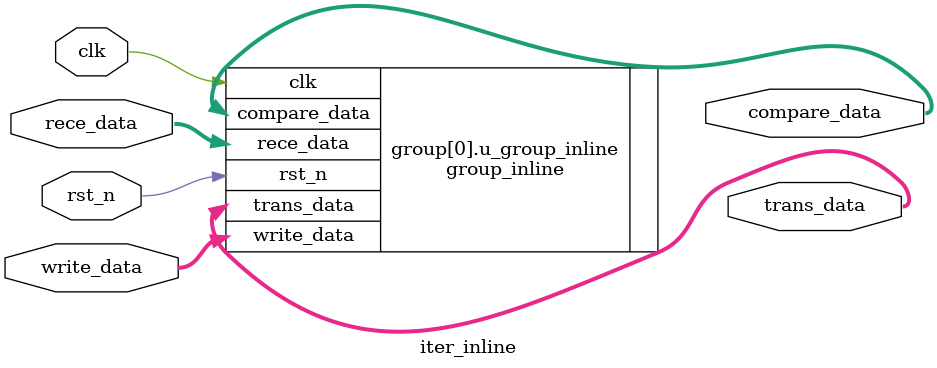
<source format=v>
/*

Copyright (c) 2015-2016 haorui

email:hao310rui@163.com

Permission is hereby granted, free of charge, to any person obtaining a copy
of this software and associated documentation files (the "Software"), to deal
in the Software without restriction, including without limitation the rights
to use, copy, modify, merge, publish, distribute, sublicense, and/or sell
copies of the Software, and to permit persons to whom the Software is
furnished to do so, subject to the following conditions:

The above copyright notice and this permission notice shall be included in
all copies or substantial portions of the Software.

THE SOFTWARE IS PROVIDED "AS IS", WITHOUT WARRANTY OF ANY KIND, EXPRESS OR
IMPLIED, INCLUDING BUT NOT LIMITED TO THE WARRANTIES OF MERCHANTABILITY
FITNESS FOR A PARTICULAR PURPOSE AND NONINFRINGEMENT. IN NO EVENT SHALL THE
AUTHORS OR COPYRIGHT HOLDERS BE LIABLE FOR ANY CLAIM, DAMAGES OR OTHER
LIABILITY, WHETHER IN AN ACTION OF CONTRACT, TORT OR OTHERWISE, ARISING FROM,
OUT OF OR IN CONNECTION WITH THE SOFTWARE OR THE USE OR OTHER DEALINGS IN
THE SOFTWARE.

*/

// Language: Verilog 2001

`timescale 1ns / 1ps

/*
 * Content Addressable Memory (block RAM based)
 */
module iter_inline #(
	// compare data bus width
    	parameter DATA_WIDTH = 64         ,
    	// compare data count
    	parameter DATA_CNT   = 1024       ,
   	parameter COM_STYLE = "UP"        ,		
	parameter GROUP = 1               ,
        parameter GSTEP = 1024            ,
        parameter NUM   = 512             ,
        parameter STEP  = 512             
)
(
    input  wire                     clk,
    input  wire                     rst_n,

    //input  wire [DATA_WIDTH-1:0]     write_data[DATA_CNT-1:0],
    //output wire  [DATA_WIDTH-1:0]    compare_data[DATA_CNT-1:0]
    output  wire  [DATA_CNT*DATA_WIDTH-1:0]     trans_data   ,
    input   wire  [DATA_CNT*DATA_WIDTH-1:0]     rece_data    ,

    input  wire  [DATA_CNT*DATA_WIDTH-1:0]     write_data   ,
    output wire  [DATA_CNT*DATA_WIDTH-1:0]     compare_data
);

      reg   [DATA_CNT*DATA_WIDTH-1:0]    wr_data  ;
      wire  [DATA_CNT*DATA_WIDTH-1:0]    com_data ;

//integer ii;
//integer jj;
//always @ (*)
//begin
//	for(ii=0;ii<DATA_CNT;ii=ii+1) begin 
//		wr_data[ii*DATA_WIDTH+:DATA_WIDTH]   =  write_data[ii];
//	end
//end

	genvar group_ind;
	generate
    		for (group_ind = 0; group_ind < GROUP; group_ind = group_ind + 1) begin : group
			group_inline #(
    				.DATA_WIDTH (DATA_WIDTH)     ,
    				.DATA_CNT   (DATA_CNT  )     ,
   				.COM_STYLE  (COM_STYLE )     ,		
				.GROUP      (GROUP     )     ,
        			.GSTEP      (GSTEP     )     ,
        			.NUM        (NUM       )     ,
        			.STEP       (STEP      )     
			) u_group_inline(
    				.clk                   (clk         				)    ,
    				.rst_n                 (rst_n       				)    ,
			        .trans_data            (trans_data[GSTEP*group_ind*DATA_WIDTH+:DATA_WIDTH*GSTEP]      )    ,
    				.rece_data             (rece_data[GSTEP*group_ind*DATA_WIDTH+:DATA_WIDTH*GSTEP]       )   ,	
    				.write_data            (write_data[GSTEP*group_ind*DATA_WIDTH+:DATA_WIDTH*GSTEP]      )    ,
    				.compare_data          (compare_data[GSTEP*group_ind*DATA_WIDTH+:DATA_WIDTH*GSTEP]    )    
			);

    		end
	endgenerate



endmodule


</source>
